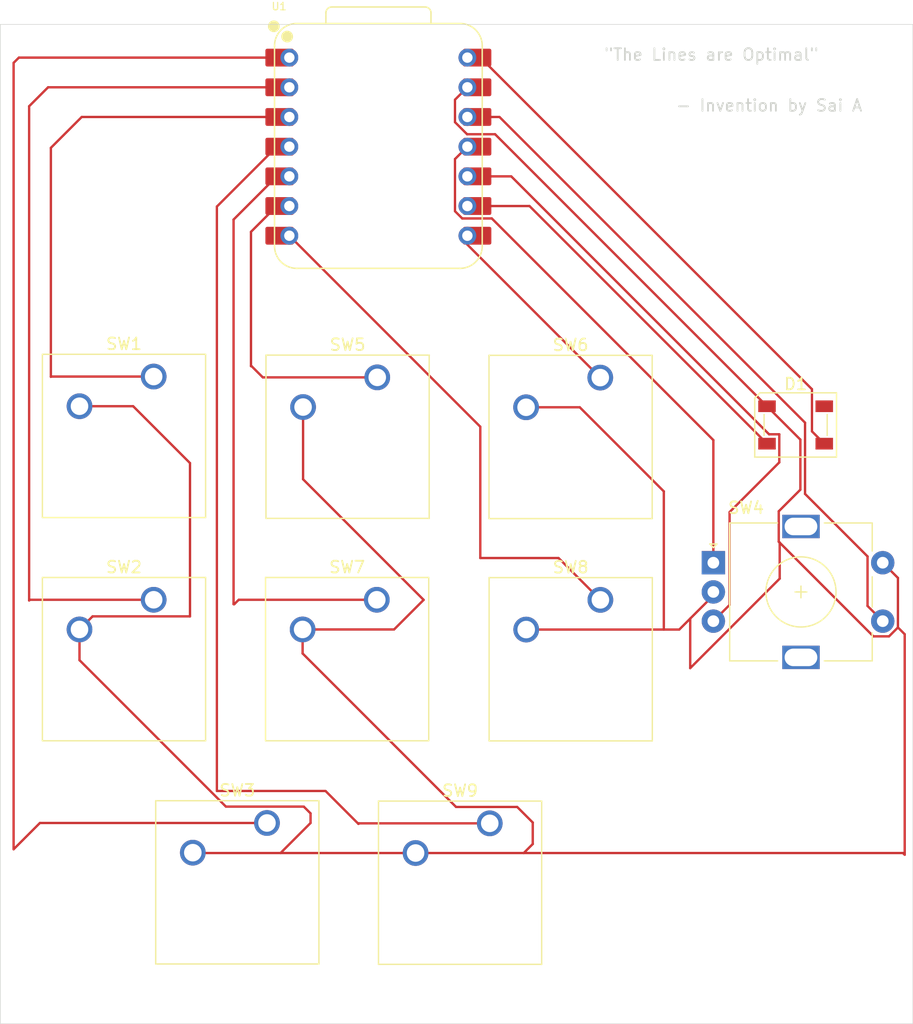
<source format=kicad_pcb>
(kicad_pcb (version 20241229) (generator "pcbnew") (generator_version "9.0")
  (layers (0 "F.Cu" signal) (2 "B.Cu" signal) (13 "F.Paste" user) (15 "B.Paste" user) (5 "F.SilkS" user "F.Silkscreen") (7 "B.SilkS" user "B.Silkscreen") (1 "F.Mask" user) (3 "B.Mask" user) (25 "Edge.Cuts" user))
  (net 0 "")
  (net 1 "Net-(D1-DIN)")
  (net 2 "+5V")
  (net 3 "GND")
  (net 5 "Net-(U1-GPIO28{slash}ADC2{slash}A2)")
  (net 6 "Net-(U1-GPIO27{slash}ADC1{slash}A1)")
  (net 7 "Net-(U1-GPIO26{slash}ADC0{slash}A0)")
  (net 8 "Net-(U1-3V3)")
  (net 9 "Net-(U1-GPIO3{slash}MOSI)")
  (net 10 "Net-(U1-GPIO4{slash}MISO)")
  (net 11 "Net-(U1-GPIO7{slash}SCL)")
  (net 12 "Net-(U1-GPIO1{slash}RX)")
  (net 13 "Net-(U1-GPIO6{slash}SDA)")
  (net 14 "Net-(U1-GPIO0{slash}TX)")
  (net 15 "Net-(U1-GPIO29{slash}ADC3{slash}A3)")
  (footprint "Button_Switch_Keyboard:SW_Cherry_MX_1.00u_PCB" (layer "F.Cu") (at 152.41 115.05)
    (property "Reference" "SW9" (at -2.54 -2.794 0) (layer "F.SilkS"))
    (property "Value" "SW_Push")
    (fp_line (start -9.525 -1.905) (end 4.445 -1.905) (stroke (width 0.12)) (layer "F.SilkS"))
    (fp_line (start -9.525 12.065) (end -9.525 -1.905) (stroke (width 0.12)) (layer "F.SilkS"))
    (fp_line (start 4.445 -1.905) (end 4.445 12.065) (stroke (width 0.12)) (layer "F.SilkS"))
    (fp_line (start 4.445 12.065) (end -9.525 12.065) (stroke (width 0.12)) (layer "F.SilkS"))
    (pad "" np_thru_hole circle (at -7.62 5.08) (size 1.7 1.7) (drill 1.7) (layers "*.Cu" "*.Mask"))
    (pad "" np_thru_hole circle (at -2.54 5.08) (size 4 4) (drill 4) (layers "*.Cu" "*.Mask"))
    (pad "" np_thru_hole circle (at 2.54 5.08) (size 1.7 1.7) (drill 1.7) (layers "*.Cu" "*.Mask"))
    (pad "1" thru_hole circle (at 0 0) (size 2.2 2.2) (drill 1.5) (layers "*.Cu" "*.Mask") (net 15 "Net-(U1-GPIO29{slash}ADC3{slash}A3)"))
    (pad "2" thru_hole circle (at -6.35 2.54) (size 2.2 2.2) (drill 1.5) (layers "*.Cu" "*.Mask") (net 3 "GND"))
  )
  (footprint "Button_Switch_Keyboard:SW_Cherry_MX_1.00u_PCB" (layer "F.Cu") (at 161.88 95.93)
    (property "Reference" "SW8" (at -2.54 -2.794 0) (layer "F.SilkS"))
    (property "Value" "SW_Push")
    (fp_line (start -9.525 -1.905) (end 4.445 -1.905) (stroke (width 0.12)) (layer "F.SilkS"))
    (fp_line (start -9.525 12.065) (end -9.525 -1.905) (stroke (width 0.12)) (layer "F.SilkS"))
    (fp_line (start 4.445 -1.905) (end 4.445 12.065) (stroke (width 0.12)) (layer "F.SilkS"))
    (fp_line (start 4.445 12.065) (end -9.525 12.065) (stroke (width 0.12)) (layer "F.SilkS"))
    (pad "" np_thru_hole circle (at -7.62 5.08) (size 1.7 1.7) (drill 1.7) (layers "*.Cu" "*.Mask"))
    (pad "" np_thru_hole circle (at -2.54 5.08) (size 4 4) (drill 4) (layers "*.Cu" "*.Mask"))
    (pad "" np_thru_hole circle (at 2.54 5.08) (size 1.7 1.7) (drill 1.7) (layers "*.Cu" "*.Mask"))
    (pad "1" thru_hole circle (at 0 0) (size 2.2 2.2) (drill 1.5) (layers "*.Cu" "*.Mask") (net 14 "Net-(U1-GPIO0{slash}TX)"))
    (pad "2" thru_hole circle (at -6.35 2.54) (size 2.2 2.2) (drill 1.5) (layers "*.Cu" "*.Mask") (net 3 "GND"))
  )
  (footprint "LED_SMD:LED_SK6812_PLCC4_5.0x5.0mm_P3.2mm" (layer "F.Cu") (at 178.59375 80.9625)
    (property "Reference" "D1" (at 0 -3.5 0) (layer "F.SilkS"))
    (property "Value" "SK6812")
    (fp_line (start -3.5 -2.3) (end -3.5 2.75) (stroke (width 0.12)) (layer "F.SilkS"))
    (fp_line (start -3.05 -2.75) (end -3.5 -2.3) (stroke (width 0.12)) (layer "F.SilkS"))
    (fp_line (start -2.7 -0.9) (end -2.7 0.9) (stroke (width 0.12)) (layer "F.SilkS"))
    (fp_line (start 2.7 -0.9) (end 2.7 0.9) (stroke (width 0.12)) (layer "F.SilkS"))
    (fp_line (start 3.5 -2.75) (end -3.05 -2.75) (stroke (width 0.12)) (layer "F.SilkS"))
    (fp_line (start 3.5 2.75) (end -3.5 2.75) (stroke (width 0.12)) (layer "F.SilkS"))
    (fp_line (start 3.5 2.75) (end 3.5 -2.75) (stroke (width 0.12)) (layer "F.SilkS"))
    (pad "1" smd rect (at -2.45 -1.6 180) (size 1.5 1) (layers "F.Cu" "F.Mask" "F.Paste") (net 3 "GND"))
    (pad "2" smd rect (at -2.45 1.6 180) (size 1.5 1) (layers "F.Cu" "F.Mask" "F.Paste") (net 1 "Net-(D1-DIN)"))
    (pad "3" smd rect (at 2.45 1.6 180) (size 1.5 1) (layers "F.Cu" "F.Mask" "F.Paste") (net 2 "+5V"))
    (pad "4" smd rect (at 2.45 -1.6 180) (size 1.5 1) (layers "F.Cu" "F.Mask" "F.Paste"))
  )
  (footprint "Button_Switch_Keyboard:SW_Cherry_MX_1.00u_PCB" (layer "F.Cu") (at 123.64 95.92)
    (property "Reference" "SW2" (at -2.54 -2.794 0) (layer "F.SilkS"))
    (property "Value" "SW_Push")
    (fp_line (start -9.525 -1.905) (end 4.445 -1.905) (stroke (width 0.12)) (layer "F.SilkS"))
    (fp_line (start -9.525 12.065) (end -9.525 -1.905) (stroke (width 0.12)) (layer "F.SilkS"))
    (fp_line (start 4.445 -1.905) (end 4.445 12.065) (stroke (width 0.12)) (layer "F.SilkS"))
    (fp_line (start 4.445 12.065) (end -9.525 12.065) (stroke (width 0.12)) (layer "F.SilkS"))
    (pad "" np_thru_hole circle (at -7.62 5.08) (size 1.7 1.7) (drill 1.7) (layers "*.Cu" "*.Mask"))
    (pad "" np_thru_hole circle (at -2.54 5.08) (size 4 4) (drill 4) (layers "*.Cu" "*.Mask"))
    (pad "" np_thru_hole circle (at 2.54 5.08) (size 1.7 1.7) (drill 1.7) (layers "*.Cu" "*.Mask"))
    (pad "1" thru_hole circle (at 0 0) (size 2.2 2.2) (drill 1.5) (layers "*.Cu" "*.Mask") (net 6 "Net-(U1-GPIO27{slash}ADC1{slash}A1)"))
    (pad "2" thru_hole circle (at -6.35 2.54) (size 2.2 2.2) (drill 1.5) (layers "*.Cu" "*.Mask") (net 3 "GND"))
  )
  (footprint "Button_Switch_Keyboard:SW_Cherry_MX_1.00u_PCB" (layer "F.Cu") (at 142.74 95.92)
    (property "Reference" "SW7" (at -2.54 -2.794 0) (layer "F.SilkS"))
    (property "Value" "SW_Push")
    (fp_line (start -9.525 -1.905) (end 4.445 -1.905) (stroke (width 0.12)) (layer "F.SilkS"))
    (fp_line (start -9.525 12.065) (end -9.525 -1.905) (stroke (width 0.12)) (layer "F.SilkS"))
    (fp_line (start 4.445 -1.905) (end 4.445 12.065) (stroke (width 0.12)) (layer "F.SilkS"))
    (fp_line (start 4.445 12.065) (end -9.525 12.065) (stroke (width 0.12)) (layer "F.SilkS"))
    (pad "" np_thru_hole circle (at -7.62 5.08) (size 1.7 1.7) (drill 1.7) (layers "*.Cu" "*.Mask"))
    (pad "" np_thru_hole circle (at -2.54 5.08) (size 4 4) (drill 4) (layers "*.Cu" "*.Mask"))
    (pad "" np_thru_hole circle (at 2.54 5.08) (size 1.7 1.7) (drill 1.7) (layers "*.Cu" "*.Mask"))
    (pad "1" thru_hole circle (at 0 0) (size 2.2 2.2) (drill 1.5) (layers "*.Cu" "*.Mask") (net 13 "Net-(U1-GPIO6{slash}SDA)"))
    (pad "2" thru_hole circle (at -6.35 2.54) (size 2.2 2.2) (drill 1.5) (layers "*.Cu" "*.Mask") (net 3 "GND"))
  )
  (footprint "Button_Switch_Keyboard:SW_Cherry_MX_1.00u_PCB" (layer "F.Cu") (at 161.87 76.91)
    (property "Reference" "SW6" (at -2.54 -2.794 0) (layer "F.SilkS"))
    (property "Value" "SW_Push")
    (fp_line (start -9.525 -1.905) (end 4.445 -1.905) (stroke (width 0.12)) (layer "F.SilkS"))
    (fp_line (start -9.525 12.065) (end -9.525 -1.905) (stroke (width 0.12)) (layer "F.SilkS"))
    (fp_line (start 4.445 -1.905) (end 4.445 12.065) (stroke (width 0.12)) (layer "F.SilkS"))
    (fp_line (start 4.445 12.065) (end -9.525 12.065) (stroke (width 0.12)) (layer "F.SilkS"))
    (pad "" np_thru_hole circle (at -7.62 5.08) (size 1.7 1.7) (drill 1.7) (layers "*.Cu" "*.Mask"))
    (pad "" np_thru_hole circle (at -2.54 5.08) (size 4 4) (drill 4) (layers "*.Cu" "*.Mask"))
    (pad "" np_thru_hole circle (at 2.54 5.08) (size 1.7 1.7) (drill 1.7) (layers "*.Cu" "*.Mask"))
    (pad "1" thru_hole circle (at 0 0) (size 2.2 2.2) (drill 1.5) (layers "*.Cu" "*.Mask") (net 12 "Net-(U1-GPIO1{slash}RX)"))
    (pad "2" thru_hole circle (at -6.35 2.54) (size 2.2 2.2) (drill 1.5) (layers "*.Cu" "*.Mask") (net 3 "GND"))
  )
  (footprint "Rotary Encoders:RotaryEncoder_Alps_EC11E-Switch_Vertical_H20mm" (layer "F.Cu") (at 171.55 92.75)
    (property "Reference" "SW4" (at 2.8 -4.7 0) (layer "F.SilkS"))
    (property "Value" "RotaryEncoder_Switch")
    (fp_line (start -0.3 -1.6) (end 0.3 -1.6) (stroke (width 0.12)) (layer "F.SilkS"))
    (fp_line (start 0 -1.3) (end -0.3 -1.6) (stroke (width 0.12)) (layer "F.SilkS"))
    (fp_line (start 0.3 -1.6) (end 0 -1.3) (stroke (width 0.12)) (layer "F.SilkS"))
    (fp_line (start 1.4 -3.4) (end 1.4 8.4) (stroke (width 0.12)) (layer "F.SilkS"))
    (fp_line (start 5.5 -3.4) (end 1.4 -3.4) (stroke (width 0.12)) (layer "F.SilkS"))
    (fp_line (start 5.5 8.4) (end 1.4 8.4) (stroke (width 0.12)) (layer "F.SilkS"))
    (fp_line (start 7 2.5) (end 8 2.5) (stroke (width 0.12)) (layer "F.SilkS"))
    (fp_line (start 7.5 2) (end 7.5 3) (stroke (width 0.12)) (layer "F.SilkS"))
    (fp_line (start 9.5 -3.4) (end 13.6 -3.4) (stroke (width 0.12)) (layer "F.SilkS"))
    (fp_line (start 13.6 -3.4) (end 13.6 -1) (stroke (width 0.12)) (layer "F.SilkS"))
    (fp_line (start 13.6 1.2) (end 13.6 3.8) (stroke (width 0.12)) (layer "F.SilkS"))
    (fp_line (start 13.6 6) (end 13.6 8.4) (stroke (width 0.12)) (layer "F.SilkS"))
    (fp_line (start 13.6 8.4) (end 9.5 8.4) (stroke (width 0.12)) (layer "F.SilkS"))
    (fp_circle (center 7.5 2.5) (end 10.5 2.5) (stroke (width 0.12)) (fill no) (layer "F.SilkS"))
    (pad "A" thru_hole rect (at 0 0) (size 2 2) (drill 1) (layers "*.Cu" "*.Mask") (net 9 "Net-(U1-GPIO3{slash}MOSI)"))
    (pad "B" thru_hole circle (at 0 5) (size 2 2) (drill 1) (layers "*.Cu" "*.Mask") (net 10 "Net-(U1-GPIO4{slash}MISO)"))
    (pad "C" thru_hole circle (at 0 2.5) (size 2 2) (drill 1) (layers "*.Cu" "*.Mask") (net 3 "GND"))
    (pad "MP" thru_hole rect (at 7.5 -3.1) (size 3.2 2) (drill oval 2.8 1.5) (layers "*.Cu" "*.Mask"))
    (pad "MP" thru_hole rect (at 7.5 8.1) (size 3.2 2) (drill oval 2.8 1.5) (layers "*.Cu" "*.Mask"))
    (pad "S1" thru_hole circle (at 14.5 5) (size 2 2) (drill 1) (layers "*.Cu" "*.Mask") (net 8 "Net-(U1-3V3)"))
    (pad "S2" thru_hole circle (at 14.5 0) (size 2 2) (drill 1) (layers "*.Cu" "*.Mask") (net 3 "GND"))
  )
  (footprint "Button_Switch_Keyboard:SW_Cherry_MX_1.00u_PCB" (layer "F.Cu") (at 133.34 115.02)
    (property "Reference" "SW3" (at -2.54 -2.794 0) (layer "F.SilkS"))
    (property "Value" "SW_Push")
    (fp_line (start -9.525 -1.905) (end 4.445 -1.905) (stroke (width 0.12)) (layer "F.SilkS"))
    (fp_line (start -9.525 12.065) (end -9.525 -1.905) (stroke (width 0.12)) (layer "F.SilkS"))
    (fp_line (start 4.445 -1.905) (end 4.445 12.065) (stroke (width 0.12)) (layer "F.SilkS"))
    (fp_line (start 4.445 12.065) (end -9.525 12.065) (stroke (width 0.12)) (layer "F.SilkS"))
    (pad "" np_thru_hole circle (at -7.62 5.08) (size 1.7 1.7) (drill 1.7) (layers "*.Cu" "*.Mask"))
    (pad "" np_thru_hole circle (at -2.54 5.08) (size 4 4) (drill 4) (layers "*.Cu" "*.Mask"))
    (pad "" np_thru_hole circle (at 2.54 5.08) (size 1.7 1.7) (drill 1.7) (layers "*.Cu" "*.Mask"))
    (pad "1" thru_hole circle (at 0 0) (size 2.2 2.2) (drill 1.5) (layers "*.Cu" "*.Mask") (net 7 "Net-(U1-GPIO26{slash}ADC0{slash}A0)"))
    (pad "2" thru_hole circle (at -6.35 2.54) (size 2.2 2.2) (drill 1.5) (layers "*.Cu" "*.Mask") (net 3 "GND"))
  )
  (footprint "Button_Switch_Keyboard:SW_Cherry_MX_1.00u_PCB" (layer "F.Cu") (at 123.64 76.82)
    (property "Reference" "SW1" (at -2.54 -2.794 0) (layer "F.SilkS"))
    (property "Value" "SW_Push")
    (fp_line (start -9.525 -1.905) (end 4.445 -1.905) (stroke (width 0.12)) (layer "F.SilkS"))
    (fp_line (start -9.525 12.065) (end -9.525 -1.905) (stroke (width 0.12)) (layer "F.SilkS"))
    (fp_line (start 4.445 -1.905) (end 4.445 12.065) (stroke (width 0.12)) (layer "F.SilkS"))
    (fp_line (start 4.445 12.065) (end -9.525 12.065) (stroke (width 0.12)) (layer "F.SilkS"))
    (pad "" np_thru_hole circle (at -7.62 5.08) (size 1.7 1.7) (drill 1.7) (layers "*.Cu" "*.Mask"))
    (pad "" np_thru_hole circle (at -2.54 5.08) (size 4 4) (drill 4) (layers "*.Cu" "*.Mask"))
    (pad "" np_thru_hole circle (at 2.54 5.08) (size 1.7 1.7) (drill 1.7) (layers "*.Cu" "*.Mask"))
    (pad "1" thru_hole circle (at 0 0) (size 2.2 2.2) (drill 1.5) (layers "*.Cu" "*.Mask") (net 5 "Net-(U1-GPIO28{slash}ADC2{slash}A2)"))
    (pad "2" thru_hole circle (at -6.35 2.54) (size 2.2 2.2) (drill 1.5) (layers "*.Cu" "*.Mask") (net 3 "GND"))
  )
  (footprint "OPL:XIAO-RP2040-DIP" (layer "F.Cu") (at 142.875 57.15)
    (property "Reference" "U1" (at -8.5 -12 0) (layer "F.SilkS") (effects (font (size 0.635 0.635) (thickness 0.1016))))
    (property "Value" "XIAO-RP2040-DIP")
    (fp_line (start -8.89 8.509) (end -8.89 -8.636) (stroke (width 0.127)) (layer "F.SilkS"))
    (fp_line (start -6.985 10.414) (end 6.985 10.414) (stroke (width 0.127)) (layer "F.SilkS"))
    (fp_line (start -4.495 -10.541) (end -4.491272 -11.451272) (stroke (width 0.127)) (layer "F.SilkS"))
    (fp_line (start -3.991272 -11.951) (end 4.004 -11.951) (stroke (width 0.127)) (layer "F.SilkS"))
    (fp_line (start 4.504 -11.451) (end 4.504 -10.541) (stroke (width 0.127)) (layer "F.SilkS"))
    (fp_line (start 6.985 -10.541) (end -6.985 -10.541) (stroke (width 0.1)) (layer "F.SilkS"))
    (fp_line (start 6.985 -10.541) (end -6.985 -10.541) (stroke (width 0.127)) (layer "F.SilkS"))
    (fp_line (start 8.89 8.509) (end 8.89 -8.636) (stroke (width 0.127)) (layer "F.SilkS"))
    (fp_arc (start -8.89 -8.636) (mid -8.332038 -9.983038) (end -6.985 -10.541) (stroke (width 0.127)) (layer "F.SilkS"))
    (fp_arc (start -6.985 10.414) (mid -8.332038 9.856038) (end -8.89 8.509) (stroke (width 0.127)) (layer "F.SilkS"))
    (fp_arc (start -4.491272 -11.451272) (mid -4.344728 -11.80464) (end -3.991272 -11.951) (stroke (width 0.127)) (layer "F.SilkS"))
    (fp_arc (start 4.004 -11.951) (mid 4.357553 -11.804553) (end 4.504 -11.451) (stroke (width 0.127)) (layer "F.SilkS"))
    (fp_arc (start 6.985 -10.541) (mid 8.332038 -9.983038) (end 8.89 -8.636) (stroke (width 0.127)) (layer "F.SilkS"))
    (fp_arc (start 8.89 8.509) (mid 8.332038 9.856038) (end 6.985 10.414) (stroke (width 0.127)) (layer "F.SilkS"))
    (fp_circle (center -8.95 -10.3) (end -8.95 -10.554) (stroke (width 0.5)) (fill yes) (layer "F.SilkS"))
    (fp_circle (center -7.807 -9.42) (end -7.807 -9.674) (stroke (width 0.5)) (fill yes) (layer "F.SilkS"))
    (pad "1" smd roundrect (at -8.455 -7.62 180) (size 2.432 1.524) (layers "F.Cu" "F.Mask") (roundrect_rratio 0.1) (net 7 "Net-(U1-GPIO26{slash}ADC0{slash}A0)"))
    (pad "1" thru_hole circle (at -7.62 -7.62 180) (size 1.524 1.524) (drill 0.889) (layers "*.Cu" "*.Mask") (net 7 "Net-(U1-GPIO26{slash}ADC0{slash}A0)"))
    (pad "2" smd roundrect (at -8.455 -5.08 180) (size 2.432 1.524) (layers "F.Cu" "F.Mask") (roundrect_rratio 0.1) (net 6 "Net-(U1-GPIO27{slash}ADC1{slash}A1)"))
    (pad "2" thru_hole circle (at -7.62 -5.08 180) (size 1.524 1.524) (drill 0.889) (layers "*.Cu" "*.Mask") (net 6 "Net-(U1-GPIO27{slash}ADC1{slash}A1)"))
    (pad "3" smd roundrect (at -8.455 -2.54 180) (size 2.432 1.524) (layers "F.Cu" "F.Mask") (roundrect_rratio 0.1) (net 5 "Net-(U1-GPIO28{slash}ADC2{slash}A2)"))
    (pad "3" thru_hole circle (at -7.62 -2.54 180) (size 1.524 1.524) (drill 0.889) (layers "*.Cu" "*.Mask") (net 5 "Net-(U1-GPIO28{slash}ADC2{slash}A2)"))
    (pad "4" smd roundrect (at -8.455 0 180) (size 2.432 1.524) (layers "F.Cu" "F.Mask") (roundrect_rratio 0.1) (net 15 "Net-(U1-GPIO29{slash}ADC3{slash}A3)"))
    (pad "4" thru_hole circle (at -7.62 0 180) (size 1.524 1.524) (drill 0.889) (layers "*.Cu" "*.Mask") (net 15 "Net-(U1-GPIO29{slash}ADC3{slash}A3)"))
    (pad "5" smd roundrect (at -8.455 2.54 180) (size 2.432 1.524) (layers "F.Cu" "F.Mask") (roundrect_rratio 0.1) (net 13 "Net-(U1-GPIO6{slash}SDA)"))
    (pad "5" thru_hole circle (at -7.62 2.54 180) (size 1.524 1.524) (drill 0.889) (layers "*.Cu" "*.Mask") (net 13 "Net-(U1-GPIO6{slash}SDA)"))
    (pad "6" smd roundrect (at -8.455 5.08 180) (size 2.432 1.524) (layers "F.Cu" "F.Mask") (roundrect_rratio 0.1) (net 11 "Net-(U1-GPIO7{slash}SCL)"))
    (pad "6" thru_hole circle (at -7.62 5.08 180) (size 1.524 1.524) (drill 0.889) (layers "*.Cu" "*.Mask") (net 11 "Net-(U1-GPIO7{slash}SCL)"))
    (pad "7" smd roundrect (at -8.455 7.62 180) (size 2.432 1.524) (layers "F.Cu" "F.Mask") (roundrect_rratio 0.1) (net 14 "Net-(U1-GPIO0{slash}TX)"))
    (pad "7" thru_hole circle (at -7.62 7.62 180) (size 1.524 1.524) (drill 0.889) (layers "*.Cu" "*.Mask") (net 14 "Net-(U1-GPIO0{slash}TX)"))
    (pad "8" thru_hole circle (at 7.62 7.62) (size 1.524 1.524) (drill 0.889) (layers "*.Cu" "*.Mask") (net 12 "Net-(U1-GPIO1{slash}RX)"))
    (pad "8" smd roundrect (at 8.455 7.62) (size 2.432 1.524) (layers "F.Cu" "F.Mask") (roundrect_rratio 0.1) (net 12 "Net-(U1-GPIO1{slash}RX)"))
    (pad "9" thru_hole circle (at 7.62 5.08) (size 1.524 1.524) (drill 0.889) (layers "*.Cu" "*.Mask") (net 1 "Net-(D1-DIN)"))
    (pad "9" smd roundrect (at 8.455 5.08) (size 2.432 1.524) (layers "F.Cu" "F.Mask") (roundrect_rratio 0.1) (net 1 "Net-(D1-DIN)"))
    (pad "10" thru_hole circle (at 7.62 2.54) (size 1.524 1.524) (drill 0.889) (layers "*.Cu" "*.Mask") (net 10 "Net-(U1-GPIO4{slash}MISO)"))
    (pad "10" smd roundrect (at 8.455 2.54) (size 2.432 1.524) (layers "F.Cu" "F.Mask") (roundrect_rratio 0.1) (net 10 "Net-(U1-GPIO4{slash}MISO)"))
    (pad "11" thru_hole circle (at 7.62 0) (size 1.524 1.524) (drill 0.889) (layers "*.Cu" "*.Mask") (net 9 "Net-(U1-GPIO3{slash}MOSI)"))
    (pad "11" smd roundrect (at 8.455 0) (size 2.432 1.524) (layers "F.Cu" "F.Mask") (roundrect_rratio 0.1) (net 9 "Net-(U1-GPIO3{slash}MOSI)"))
    (pad "12" thru_hole circle (at 7.62 -2.54) (size 1.524 1.524) (drill 0.889) (layers "*.Cu" "*.Mask") (net 8 "Net-(U1-3V3)"))
    (pad "12" smd roundrect (at 8.455 -2.54) (size 2.432 1.524) (layers "F.Cu" "F.Mask") (roundrect_rratio 0.1) (net 8 "Net-(U1-3V3)"))
    (pad "13" thru_hole circle (at 7.62 -5.08) (size 1.524 1.524) (drill 0.889) (layers "*.Cu" "*.Mask") (net 3 "GND"))
    (pad "13" smd roundrect (at 8.455 -5.08) (size 2.432 1.524) (layers "F.Cu" "F.Mask") (roundrect_rratio 0.1) (net 3 "GND"))
    (pad "14" thru_hole circle (at 7.62 -7.62) (size 1.524 1.524) (drill 0.889) (layers "*.Cu" "*.Mask") (net 2 "+5V"))
    (pad "14" smd roundrect (at 8.455 -7.62) (size 2.432 1.524) (layers "F.Cu" "F.Mask") (roundrect_rratio 0.1) (net 2 "+5V"))
  )
  (footprint "Button_Switch_Keyboard:SW_Cherry_MX_1.00u_PCB" (layer "F.Cu") (at 142.78 76.89)
    (property "Reference" "SW5" (at -2.54 -2.794 0) (layer "F.SilkS"))
    (property "Value" "SW_Push")
    (fp_line (start -9.525 -1.905) (end 4.445 -1.905) (stroke (width 0.12)) (layer "F.SilkS"))
    (fp_line (start -9.525 12.065) (end -9.525 -1.905) (stroke (width 0.12)) (layer "F.SilkS"))
    (fp_line (start 4.445 -1.905) (end 4.445 12.065) (stroke (width 0.12)) (layer "F.SilkS"))
    (fp_line (start 4.445 12.065) (end -9.525 12.065) (stroke (width 0.12)) (layer "F.SilkS"))
    (pad "" np_thru_hole circle (at -7.62 5.08) (size 1.7 1.7) (drill 1.7) (layers "*.Cu" "*.Mask"))
    (pad "" np_thru_hole circle (at -2.54 5.08) (size 4 4) (drill 4) (layers "*.Cu" "*.Mask"))
    (pad "" np_thru_hole circle (at 2.54 5.08) (size 1.7 1.7) (drill 1.7) (layers "*.Cu" "*.Mask"))
    (pad "1" thru_hole circle (at 0 0) (size 2.2 2.2) (drill 1.5) (layers "*.Cu" "*.Mask") (net 11 "Net-(U1-GPIO7{slash}SCL)"))
    (pad "2" thru_hole circle (at -6.35 2.54) (size 2.2 2.2) (drill 1.5) (layers "*.Cu" "*.Mask") (net 3 "GND"))
  )
  (gr_rect (start 110.51 46.69) (end 188.63 132.19) (stroke (width 0.05)) (fill no) (layer "Edge.Cuts"))
  (gr_text "{dblquote}The Lines are Optimal{dblquote}" (at 162.12 49.86 0) (layer "Edge.Cuts") (effects (font (size 1 1)) (justify left bottom)))
  (gr_text "- Invention by Sai A" (at 168.28 54.21 0) (layer "Edge.Cuts") (effects (font (size 1 1)) (justify left bottom)))
  (segment (start 155.81125 62.23) (end 176.14375 82.5625) (width 0.2) (layer "F.Cu") (net 1))
  (segment (start 150.495 62.23) (end 155.81125 62.23) (width 0.2) (layer "F.Cu") (net 1))
  (segment (start 150.495 49.53) (end 151.61875 49.53) (width 0.2) (layer "F.Cu") (net 2))
  (segment (start 179.99275 77.904) (end 179.99275 81.5115) (width 0.2) (layer "F.Cu") (net 2))
  (segment (start 151.61875 49.53) (end 179.99275 77.904) (width 0.2) (layer "F.Cu") (net 2))
  (segment (start 179.99275 81.5115) (end 181.04375 82.5625) (width 0.2) (layer "F.Cu") (net 2))
  (segment (start 117.29 98.46) (end 117.29 101.0871) (width 0.2) (layer "F.Cu") (net 3))
  (segment (start 156.09 116.82) (end 155.32 117.59) (width 0.2) (layer "F.Cu") (net 3))
  (segment (start 136.39 100.514816) (end 149.524184 113.649) (width 0.2) (layer "F.Cu") (net 3))
  (segment (start 150.46869 56.087) (end 149.432 55.05031) (width 0.2) (layer "F.Cu") (net 3))
  (segment (start 137.07 114.2) (end 137.07 115.02) (width 0.2) (layer "F.Cu") (net 3))
  (segment (start 156.09 114.98) (end 156.09 116.82) (width 0.2) (layer "F.Cu") (net 3))
  (segment (start 171.55 95.25) (end 171.67 95.25) (width 0.2) (layer "F.Cu") (net 3))
  (segment (start 136.43 79.43) (end 136.43 85.61) (width 0.2) (layer "F.Cu") (net 3))
  (segment (start 152.86825 56.087) (end 150.46869 56.087) (width 0.2) (layer "F.Cu") (net 3))
  (segment (start 121.884816 79.36) (end 126.75 84.225184) (width 0.2) (layer "F.Cu") (net 3))
  (segment (start 160.114816 79.45) (end 167.31 86.645184) (width 0.2) (layer "F.Cu") (net 3))
  (segment (start 187.351 98.288892) (end 187.351 94.051) (width 0.2) (layer "F.Cu") (net 3))
  (segment (start 126.75 84.225184) (end 126.75 97.34) (width 0.2) (layer "F.Cu") (net 3))
  (segment (start 167.31 86.645184) (end 167.31 98.47) (width 0.2) (layer "F.Cu") (net 3))
  (segment (start 149.432 53.133) (end 150.495 52.07) (width 0.2) (layer "F.Cu") (net 3))
  (segment (start 126.75 97.34) (end 118.41 97.34) (width 0.2) (layer "F.Cu") (net 3))
  (segment (start 144.22 98.46) (end 136.39 98.46) (width 0.2) (layer "F.Cu") (net 3))
  (segment (start 149.432 55.05031) (end 149.432 53.133) (width 0.2) (layer "F.Cu") (net 3))
  (segment (start 118.41 97.34) (end 117.29 98.46) (width 0.2) (layer "F.Cu") (net 3))
  (segment (start 177.149 90.951) (end 185.249 99.051) (width 0.2) (layer "F.Cu") (net 3))
  (segment (start 169.57 97.53) (end 169.57 101.77) (width 0.2) (layer "F.Cu") (net 3))
  (segment (start 146.06 117.59) (end 155.32 117.59) (width 0.2) (layer "F.Cu") (net 3))
  (segment (start 117.29 79.36) (end 121.884816 79.36) (width 0.2) (layer "F.Cu") (net 3))
  (segment (start 186.588892 99.051) (end 187.351 98.288892) (width 0.2) (layer "F.Cu") (net 3))
  (segment (start 117.29 101.0871) (end 129.8219 113.619) (width 0.2) (layer "F.Cu") (net 3))
  (segment (start 187.93 117.74) (end 187.93 98.867892) (width 0.2) (layer "F.Cu") (net 3))
  (segment (start 134.5 117.59) (end 146.06 117.59) (width 0.2) (layer "F.Cu") (net 3))
  (segment (start 137.07 115.02) (end 134.5 117.59) (width 0.2) (layer "F.Cu") (net 3))
  (segment (start 177.23 94.11) (end 177.23 91.032) (width 0.2) (layer "F.Cu") (net 3))
  (segment (start 168.63 98.47) (end 169.57 97.53) (width 0.2) (layer "F.Cu") (net 3))
  (segment (start 187.78 117.59) (end 187.93 117.74) (width 0.2) (layer "F.Cu") (net 3))
  (segment (start 128 117.59) (end 134.5 117.59) (width 0.2) (layer "F.Cu") (net 3))
  (segment (start 155.32 117.59) (end 187.78 117.59) (width 0.2) (layer "F.Cu") (net 3))
  (segment (start 127.97 117.56) (end 128 117.59) (width 0.2) (layer "F.Cu") (net 3))
  (segment (start 169.57 101.77) (end 177.23 94.11) (width 0.2) (layer "F.Cu") (net 3))
  (segment (start 155.52 79.45) (end 160.114816 79.45) (width 0.2) (layer "F.Cu") (net 3))
  (segment (start 178.999 86.499) (end 177.149 88.349) (width 0.2) (layer "F.Cu") (net 3))
  (segment (start 187.93 98.867892) (end 187.351 98.288892) (width 0.2) (layer "F.Cu") (net 3))
  (segment (start 185.249 99.051) (end 186.588892 99.051) (width 0.2) (layer "F.Cu") (net 3))
  (segment (start 136.39 98.46) (end 136.39 100.514816) (width 0.2) (layer "F.Cu") (net 3))
  (segment (start 149.524184 113.649) (end 154.759 113.649) (width 0.2) (layer "F.Cu") (net 3))
  (segment (start 155.53 98.47) (end 167.31 98.47) (width 0.2) (layer "F.Cu") (net 3))
  (segment (start 167.31 98.47) (end 168.63 98.47) (width 0.2) (layer "F.Cu") (net 3))
  (segment (start 178.999 82.21775) (end 178.999 86.499) (width 0.2) (layer "F.Cu") (net 3))
  (segment (start 177.149 88.349) (end 177.149 90.951) (width 0.2) (layer "F.Cu") (net 3))
  (segment (start 177.23 91.032) (end 177.149 90.951) (width 0.2) (layer "F.Cu") (net 3))
  (segment (start 126.99 117.56) (end 127.97 117.56) (width 0.2) (layer "F.Cu") (net 3))
  (segment (start 176.14375 79.3625) (end 178.999 82.21775) (width 0.2) (layer "F.Cu") (net 3))
  (segment (start 187.351 94.051) (end 186.05 92.75) (width 0.2) (layer "F.Cu") (net 3))
  (segment (start 171.76 95.34) (end 169.57 97.53) (width 0.2) (layer "F.Cu") (net 3))
  (segment (start 136.43 85.61) (end 146.75 95.93) (width 0.2) (layer "F.Cu") (net 3))
  (segment (start 171.67 95.25) (end 171.76 95.34) (width 0.2) (layer "F.Cu") (net 3))
  (segment (start 136.489 113.619) (end 137.07 114.2) (width 0.2) (layer "F.Cu") (net 3))
  (segment (start 176.14375 79.3625) (end 152.86825 56.087) (width 0.2) (layer "F.Cu") (net 3))
  (segment (start 129.8219 113.619) (end 136.489 113.619) (width 0.2) (layer "F.Cu") (net 3))
  (segment (start 154.759 113.649) (end 156.09 114.98) (width 0.2) (layer "F.Cu") (net 3))
  (segment (start 146.75 95.93) (end 144.22 98.46) (width 0.2) (layer "F.Cu") (net 3))
  (segment (start 114.86 76.82) (end 123.64 76.82) (width 0.2) (layer "F.Cu") (net 5))
  (segment (start 135.255 54.61) (end 117.48 54.61) (width 0.2) (layer "F.Cu") (net 5))
  (segment (start 117.48 54.61) (end 114.84 57.25) (width 0.2) (layer "F.Cu") (net 5))
  (segment (start 114.84 57.25) (end 114.84 76.84) (width 0.2) (layer "F.Cu") (net 5))
  (segment (start 114.84 76.84) (end 114.86 76.82) (width 0.2) (layer "F.Cu") (net 5))
  (segment (start 114.6 52.07) (end 112.98 53.69) (width 0.2) (layer "F.Cu") (net 6))
  (segment (start 113.04 95.92) (end 123.64 95.92) (width 0.2) (layer "F.Cu") (net 6))
  (segment (start 112.98 53.69) (end 112.98 95.98) (width 0.2) (layer "F.Cu") (net 6))
  (segment (start 135.255 52.07) (end 114.6 52.07) (width 0.2) (layer "F.Cu") (net 6))
  (segment (start 112.98 95.98) (end 113.04 95.92) (width 0.2) (layer "F.Cu") (net 6))
  (segment (start 111.65 49.98) (end 111.65 117.27) (width 0.2) (layer "F.Cu") (net 7))
  (segment (start 135.255 49.53) (end 112.1 49.53) (width 0.2) (layer "F.Cu") (net 7))
  (segment (start 111.65 117.27) (end 113.9 115.02) (width 0.2) (layer "F.Cu") (net 7))
  (segment (start 112.1 49.53) (end 111.65 49.98) (width 0.2) (layer "F.Cu") (net 7))
  (segment (start 113.9 115.02) (end 133.34 115.02) (width 0.2) (layer "F.Cu") (net 7))
  (segment (start 153.24325 54.61) (end 179.4 80.76675) (width 0.2) (layer "F.Cu") (net 8))
  (segment (start 184.749 96.449) (end 186.05 97.75) (width 0.2) (layer "F.Cu") (net 8))
  (segment (start 150.495 54.61) (end 153.24325 54.61) (width 0.2) (layer "F.Cu") (net 8))
  (segment (start 184.749 92.211108) (end 184.749 96.449) (width 0.2) (layer "F.Cu") (net 8))
  (segment (start 179.4 86.862108) (end 184.749 92.211108) (width 0.2) (layer "F.Cu") (net 8))
  (segment (start 179.4 80.76675) (end 179.4 86.862108) (width 0.2) (layer "F.Cu") (net 8))
  (segment (start 152.585626 63.293) (end 150.05469 63.293) (width 0.2) (layer "F.Cu") (net 9))
  (segment (start 149.432 62.67031) (end 149.432 58.213) (width 0.2) (layer "F.Cu") (net 9))
  (segment (start 171.55 82.257374) (end 152.585626 63.293) (width 0.2) (layer "F.Cu") (net 9))
  (segment (start 150.05469 63.293) (end 149.432 62.67031) (width 0.2) (layer "F.Cu") (net 9))
  (segment (start 149.432 58.213) (end 150.495 57.15) (width 0.2) (layer "F.Cu") (net 9))
  (segment (start 171.55 92.75) (end 171.55 82.257374) (width 0.2) (layer "F.Cu") (net 9))
  (segment (start 172.94 88.42) (end 177.19475 84.16525) (width 0.2) (layer "F.Cu") (net 10))
  (segment (start 176.320126 81.7615) (end 154.248626 59.69) (width 0.2) (layer "F.Cu") (net 10))
  (segment (start 171.55 97.75) (end 172.94 96.36) (width 0.2) (layer "F.Cu") (net 10))
  (segment (start 177.19475 84.16525) (end 177.19475 81.7615) (width 0.2) (layer "F.Cu") (net 10))
  (segment (start 172.94 96.36) (end 172.94 88.42) (width 0.2) (layer "F.Cu") (net 10))
  (segment (start 177.19475 81.7615) (end 176.320126 81.7615) (width 0.2) (layer "F.Cu") (net 10))
  (segment (start 154.248626 59.69) (end 150.495 59.69) (width 0.2) (layer "F.Cu") (net 10))
  (segment (start 131.97 64.43737) (end 131.97 75.93) (width 0.2) (layer "F.Cu") (net 11))
  (segment (start 131.97 75.93) (end 132.02 75.93) (width 0.2) (layer "F.Cu") (net 11))
  (segment (start 132.02 75.93) (end 132.98 76.89) (width 0.2) (layer "F.Cu") (net 11))
  (segment (start 132.98 76.89) (end 142.78 76.89) (width 0.2) (layer "F.Cu") (net 11))
  (segment (start 134.17737 62.23) (end 131.97 64.43737) (width 0.2) (layer "F.Cu") (net 11))
  (segment (start 135.255 62.23) (end 134.17737 62.23) (width 0.2) (layer "F.Cu") (net 11))
  (segment (start 150.495 64.77) (end 150.495 65.535) (width 0.2) (layer "F.Cu") (net 12))
  (segment (start 150.495 65.535) (end 161.87 76.91) (width 0.2) (layer "F.Cu") (net 12))
  (segment (start 134.17737 59.69) (end 130.48 63.38737) (width 0.2) (layer "F.Cu") (net 13))
  (segment (start 135.255 59.69) (end 134.17737 59.69) (width 0.2) (layer "F.Cu") (net 13))
  (segment (start 130.54 96.3) (end 130.92 95.92) (width 0.2) (layer "F.Cu") (net 13))
  (segment (start 130.92 95.92) (end 142.74 95.92) (width 0.2) (layer "F.Cu") (net 13))
  (segment (start 130.48 63.38737) (end 130.48 96.3) (width 0.2) (layer "F.Cu") (net 13))
  (segment (start 130.48 96.3) (end 130.54 96.3) (width 0.2) (layer "F.Cu") (net 13))
  (segment (start 151.6 81.115) (end 151.6 92.35) (width 0.2) (layer "F.Cu") (net 14))
  (segment (start 135.255 64.77) (end 151.6 81.115) (width 0.2) (layer "F.Cu") (net 14))
  (segment (start 158.3 92.35) (end 161.88 95.93) (width 0.2) (layer "F.Cu") (net 14))
  (segment (start 151.6 92.35) (end 158.3 92.35) (width 0.2) (layer "F.Cu") (net 14))
  (segment (start 141.17 115.1) (end 141.22 115.05) (width 0.2) (layer "F.Cu") (net 15))
  (segment (start 129.05 112.28) (end 138.35 112.28) (width 0.2) (layer "F.Cu") (net 15))
  (segment (start 134.17737 57.15) (end 129.05 62.27737) (width 0.2) (layer "F.Cu") (net 15))
  (segment (start 129.05 62.27737) (end 129.05 112.28) (width 0.2) (layer "F.Cu") (net 15))
  (segment (start 135.255 57.15) (end 134.17737 57.15) (width 0.2) (layer "F.Cu") (net 15))
  (segment (start 138.35 112.28) (end 141.17 115.1) (width 0.2) (layer "F.Cu") (net 15))
  (segment (start 141.22 115.05) (end 152.41 115.05) (width 0.2) (layer "F.Cu") (net 15))
)
</source>
